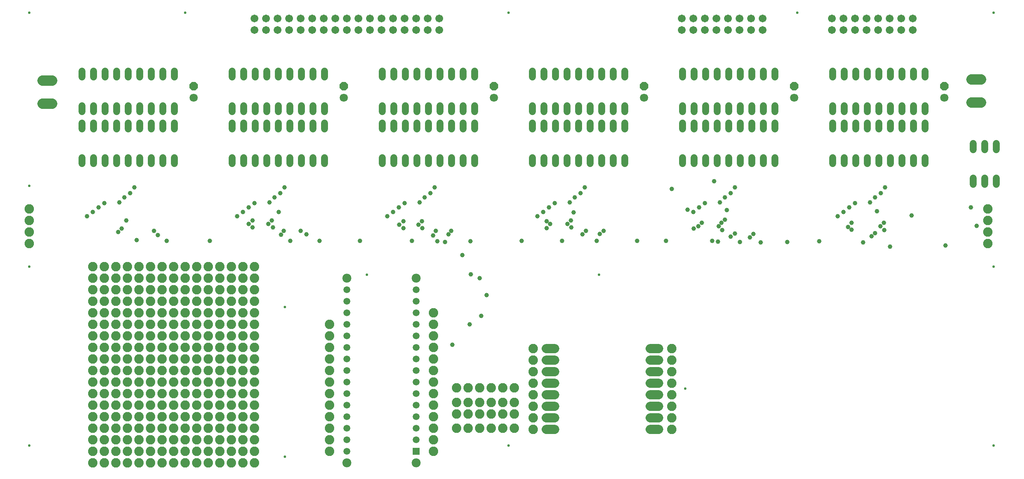
<source format=gbr>
G04 EAGLE Gerber RS-274X export*
G75*
%MOMM*%
%FSLAX34Y34*%
%LPD*%
%AMOC8*
5,1,8,0,0,1.08239X$1,22.5*%
G01*
%ADD10C,0.584200*%
%ADD11C,1.524000*%
%ADD12P,1.951982X8X112.500000*%
%ADD13C,1.803400*%
%ADD14C,1.711200*%
%ADD15C,2.298700*%
%ADD16C,2.082800*%
%ADD17C,2.032000*%
%ADD18C,1.981200*%
%ADD19R,1.511200X1.511200*%
%ADD20C,1.511200*%
%ADD21C,0.990600*%


D10*
X806450Y439420D03*
X626110Y368300D03*
X626110Y39370D03*
X1506220Y189230D03*
X1316990Y439420D03*
X63500Y1016000D03*
X63500Y63500D03*
X2184400Y63500D03*
X2184400Y1016000D03*
X1117600Y1016000D03*
X1117600Y63500D03*
X1752600Y1016000D03*
X406400Y1016000D03*
X63500Y457200D03*
X63500Y635000D03*
X2184400Y457200D03*
D11*
X1169988Y798259D02*
X1169988Y811467D01*
X1195388Y811467D02*
X1195388Y798259D01*
X1322388Y798259D02*
X1322388Y811467D01*
X1347788Y811467D02*
X1347788Y798259D01*
X1220788Y798259D02*
X1220788Y811467D01*
X1246188Y811467D02*
X1246188Y798259D01*
X1296988Y798259D02*
X1296988Y811467D01*
X1271588Y811467D02*
X1271588Y798259D01*
X1373188Y798259D02*
X1373188Y811467D01*
X1373188Y874459D02*
X1373188Y887667D01*
X1347788Y887667D02*
X1347788Y874459D01*
X1322388Y874459D02*
X1322388Y887667D01*
X1296988Y887667D02*
X1296988Y874459D01*
X1271588Y874459D02*
X1271588Y887667D01*
X1246188Y887667D02*
X1246188Y874459D01*
X1220788Y874459D02*
X1220788Y887667D01*
X1195388Y887667D02*
X1195388Y874459D01*
X1169988Y874459D02*
X1169988Y887667D01*
X1169988Y697167D02*
X1169988Y683959D01*
X1195388Y683959D02*
X1195388Y697167D01*
X1220788Y697167D02*
X1220788Y683959D01*
X1246188Y683959D02*
X1246188Y697167D01*
X1271588Y697167D02*
X1271588Y683959D01*
X1296988Y683959D02*
X1296988Y697167D01*
X1322388Y697167D02*
X1322388Y683959D01*
X1347788Y683959D02*
X1347788Y697167D01*
X1373188Y697167D02*
X1373188Y683959D01*
X1373188Y760159D02*
X1373188Y773367D01*
X1347788Y773367D02*
X1347788Y760159D01*
X1322388Y760159D02*
X1322388Y773367D01*
X1296988Y773367D02*
X1296988Y760159D01*
X1271588Y760159D02*
X1271588Y773367D01*
X1246188Y773367D02*
X1246188Y760159D01*
X1220788Y760159D02*
X1220788Y773367D01*
X1195388Y773367D02*
X1195388Y760159D01*
X1169988Y760159D02*
X1169988Y773367D01*
D12*
X1416050Y854075D03*
D13*
X1416050Y828675D03*
D11*
X839788Y811467D02*
X839788Y798259D01*
X865188Y798259D02*
X865188Y811467D01*
X992188Y811467D02*
X992188Y798259D01*
X1017588Y798259D02*
X1017588Y811467D01*
X890588Y811467D02*
X890588Y798259D01*
X915988Y798259D02*
X915988Y811467D01*
X966788Y811467D02*
X966788Y798259D01*
X941388Y798259D02*
X941388Y811467D01*
X1042988Y811467D02*
X1042988Y798259D01*
X1042988Y874459D02*
X1042988Y887667D01*
X1017588Y887667D02*
X1017588Y874459D01*
X992188Y874459D02*
X992188Y887667D01*
X966788Y887667D02*
X966788Y874459D01*
X941388Y874459D02*
X941388Y887667D01*
X915988Y887667D02*
X915988Y874459D01*
X890588Y874459D02*
X890588Y887667D01*
X865188Y887667D02*
X865188Y874459D01*
X839788Y874459D02*
X839788Y887667D01*
X839788Y697167D02*
X839788Y683959D01*
X865188Y683959D02*
X865188Y697167D01*
X890588Y697167D02*
X890588Y683959D01*
X915988Y683959D02*
X915988Y697167D01*
X941388Y697167D02*
X941388Y683959D01*
X966788Y683959D02*
X966788Y697167D01*
X992188Y697167D02*
X992188Y683959D01*
X1017588Y683959D02*
X1017588Y697167D01*
X1042988Y697167D02*
X1042988Y683959D01*
X1042988Y760159D02*
X1042988Y773367D01*
X1017588Y773367D02*
X1017588Y760159D01*
X992188Y760159D02*
X992188Y773367D01*
X966788Y773367D02*
X966788Y760159D01*
X941388Y760159D02*
X941388Y773367D01*
X915988Y773367D02*
X915988Y760159D01*
X890588Y760159D02*
X890588Y773367D01*
X865188Y773367D02*
X865188Y760159D01*
X839788Y760159D02*
X839788Y773367D01*
D12*
X1085850Y854075D03*
D13*
X1085850Y828675D03*
D11*
X509588Y811467D02*
X509588Y798259D01*
X534988Y798259D02*
X534988Y811467D01*
X661988Y811467D02*
X661988Y798259D01*
X687388Y798259D02*
X687388Y811467D01*
X560388Y811467D02*
X560388Y798259D01*
X585788Y798259D02*
X585788Y811467D01*
X636588Y811467D02*
X636588Y798259D01*
X611188Y798259D02*
X611188Y811467D01*
X712788Y811467D02*
X712788Y798259D01*
X712788Y874459D02*
X712788Y887667D01*
X687388Y887667D02*
X687388Y874459D01*
X661988Y874459D02*
X661988Y887667D01*
X636588Y887667D02*
X636588Y874459D01*
X611188Y874459D02*
X611188Y887667D01*
X585788Y887667D02*
X585788Y874459D01*
X560388Y874459D02*
X560388Y887667D01*
X534988Y887667D02*
X534988Y874459D01*
X509588Y874459D02*
X509588Y887667D01*
X509588Y697167D02*
X509588Y683959D01*
X534988Y683959D02*
X534988Y697167D01*
X560388Y697167D02*
X560388Y683959D01*
X585788Y683959D02*
X585788Y697167D01*
X611188Y697167D02*
X611188Y683959D01*
X636588Y683959D02*
X636588Y697167D01*
X661988Y697167D02*
X661988Y683959D01*
X687388Y683959D02*
X687388Y697167D01*
X712788Y697167D02*
X712788Y683959D01*
X712788Y760159D02*
X712788Y773367D01*
X687388Y773367D02*
X687388Y760159D01*
X661988Y760159D02*
X661988Y773367D01*
X636588Y773367D02*
X636588Y760159D01*
X611188Y760159D02*
X611188Y773367D01*
X585788Y773367D02*
X585788Y760159D01*
X560388Y760159D02*
X560388Y773367D01*
X534988Y773367D02*
X534988Y760159D01*
X509588Y760159D02*
X509588Y773367D01*
D12*
X755650Y854075D03*
D13*
X755650Y828675D03*
D11*
X179388Y811467D02*
X179388Y798259D01*
X204788Y798259D02*
X204788Y811467D01*
X331788Y811467D02*
X331788Y798259D01*
X357188Y798259D02*
X357188Y811467D01*
X230188Y811467D02*
X230188Y798259D01*
X255588Y798259D02*
X255588Y811467D01*
X306388Y811467D02*
X306388Y798259D01*
X280988Y798259D02*
X280988Y811467D01*
X382588Y811467D02*
X382588Y798259D01*
X382588Y874459D02*
X382588Y887667D01*
X357188Y887667D02*
X357188Y874459D01*
X331788Y874459D02*
X331788Y887667D01*
X306388Y887667D02*
X306388Y874459D01*
X280988Y874459D02*
X280988Y887667D01*
X255588Y887667D02*
X255588Y874459D01*
X230188Y874459D02*
X230188Y887667D01*
X204788Y887667D02*
X204788Y874459D01*
X179388Y874459D02*
X179388Y887667D01*
X179388Y697167D02*
X179388Y683959D01*
X204788Y683959D02*
X204788Y697167D01*
X230188Y697167D02*
X230188Y683959D01*
X255588Y683959D02*
X255588Y697167D01*
X280988Y697167D02*
X280988Y683959D01*
X306388Y683959D02*
X306388Y697167D01*
X331788Y697167D02*
X331788Y683959D01*
X357188Y683959D02*
X357188Y697167D01*
X382588Y697167D02*
X382588Y683959D01*
X382588Y760159D02*
X382588Y773367D01*
X357188Y773367D02*
X357188Y760159D01*
X331788Y760159D02*
X331788Y773367D01*
X306388Y773367D02*
X306388Y760159D01*
X280988Y760159D02*
X280988Y773367D01*
X255588Y773367D02*
X255588Y760159D01*
X230188Y760159D02*
X230188Y773367D01*
X204788Y773367D02*
X204788Y760159D01*
X179388Y760159D02*
X179388Y773367D01*
D12*
X425450Y854075D03*
D13*
X425450Y828675D03*
D14*
X965200Y1003300D03*
X965200Y977900D03*
X939800Y1003300D03*
X939800Y977900D03*
X914400Y1003300D03*
X914400Y977900D03*
X889000Y1003300D03*
X889000Y977900D03*
X863600Y1003300D03*
X863600Y977900D03*
X838200Y1003300D03*
X838200Y977900D03*
X812800Y1003300D03*
X812800Y977900D03*
X787400Y1003300D03*
X787400Y977900D03*
X762000Y1003300D03*
X762000Y977900D03*
X736600Y1003300D03*
X736600Y977900D03*
X711200Y1003300D03*
X711200Y977900D03*
X685800Y1003300D03*
X685800Y977900D03*
X660400Y1003300D03*
X660400Y977900D03*
X635000Y1003300D03*
X635000Y977900D03*
X609600Y1003300D03*
X609600Y977900D03*
X584200Y1003300D03*
X584200Y977900D03*
X558800Y1003300D03*
X558800Y977900D03*
D11*
X1500188Y811467D02*
X1500188Y798259D01*
X1525588Y798259D02*
X1525588Y811467D01*
X1652588Y811467D02*
X1652588Y798259D01*
X1677988Y798259D02*
X1677988Y811467D01*
X1550988Y811467D02*
X1550988Y798259D01*
X1576388Y798259D02*
X1576388Y811467D01*
X1627188Y811467D02*
X1627188Y798259D01*
X1601788Y798259D02*
X1601788Y811467D01*
X1703388Y811467D02*
X1703388Y798259D01*
X1703388Y874459D02*
X1703388Y887667D01*
X1677988Y887667D02*
X1677988Y874459D01*
X1652588Y874459D02*
X1652588Y887667D01*
X1627188Y887667D02*
X1627188Y874459D01*
X1601788Y874459D02*
X1601788Y887667D01*
X1576388Y887667D02*
X1576388Y874459D01*
X1550988Y874459D02*
X1550988Y887667D01*
X1525588Y887667D02*
X1525588Y874459D01*
X1500188Y874459D02*
X1500188Y887667D01*
X1500188Y697167D02*
X1500188Y683959D01*
X1525588Y683959D02*
X1525588Y697167D01*
X1550988Y697167D02*
X1550988Y683959D01*
X1576388Y683959D02*
X1576388Y697167D01*
X1601788Y697167D02*
X1601788Y683959D01*
X1627188Y683959D02*
X1627188Y697167D01*
X1652588Y697167D02*
X1652588Y683959D01*
X1677988Y683959D02*
X1677988Y697167D01*
X1703388Y697167D02*
X1703388Y683959D01*
X1703388Y760159D02*
X1703388Y773367D01*
X1677988Y773367D02*
X1677988Y760159D01*
X1652588Y760159D02*
X1652588Y773367D01*
X1627188Y773367D02*
X1627188Y760159D01*
X1601788Y760159D02*
X1601788Y773367D01*
X1576388Y773367D02*
X1576388Y760159D01*
X1550988Y760159D02*
X1550988Y773367D01*
X1525588Y773367D02*
X1525588Y760159D01*
X1500188Y760159D02*
X1500188Y773367D01*
D12*
X1746250Y854075D03*
D13*
X1746250Y828675D03*
D14*
X1676400Y1003300D03*
X1676400Y977900D03*
X1651000Y1003300D03*
X1651000Y977900D03*
X1625600Y1003300D03*
X1625600Y977900D03*
X1600200Y1003300D03*
X1600200Y977900D03*
X1574800Y1003300D03*
X1574800Y977900D03*
X1549400Y1003300D03*
X1549400Y977900D03*
X1524000Y1003300D03*
X1524000Y977900D03*
X1498600Y1003300D03*
X1498600Y977900D03*
D11*
X1830388Y811467D02*
X1830388Y798259D01*
X1855788Y798259D02*
X1855788Y811467D01*
X1982788Y811467D02*
X1982788Y798259D01*
X2008188Y798259D02*
X2008188Y811467D01*
X1881188Y811467D02*
X1881188Y798259D01*
X1906588Y798259D02*
X1906588Y811467D01*
X1957388Y811467D02*
X1957388Y798259D01*
X1931988Y798259D02*
X1931988Y811467D01*
X2033588Y811467D02*
X2033588Y798259D01*
X2033588Y874459D02*
X2033588Y887667D01*
X2008188Y887667D02*
X2008188Y874459D01*
X1982788Y874459D02*
X1982788Y887667D01*
X1957388Y887667D02*
X1957388Y874459D01*
X1931988Y874459D02*
X1931988Y887667D01*
X1906588Y887667D02*
X1906588Y874459D01*
X1881188Y874459D02*
X1881188Y887667D01*
X1855788Y887667D02*
X1855788Y874459D01*
X1830388Y874459D02*
X1830388Y887667D01*
X1830388Y697167D02*
X1830388Y683959D01*
X1855788Y683959D02*
X1855788Y697167D01*
X1881188Y697167D02*
X1881188Y683959D01*
X1906588Y683959D02*
X1906588Y697167D01*
X1931988Y697167D02*
X1931988Y683959D01*
X1957388Y683959D02*
X1957388Y697167D01*
X1982788Y697167D02*
X1982788Y683959D01*
X2008188Y683959D02*
X2008188Y697167D01*
X2033588Y697167D02*
X2033588Y683959D01*
X2033588Y760159D02*
X2033588Y773367D01*
X2008188Y773367D02*
X2008188Y760159D01*
X1982788Y760159D02*
X1982788Y773367D01*
X1957388Y773367D02*
X1957388Y760159D01*
X1931988Y760159D02*
X1931988Y773367D01*
X1906588Y773367D02*
X1906588Y760159D01*
X1881188Y760159D02*
X1881188Y773367D01*
X1855788Y773367D02*
X1855788Y760159D01*
X1830388Y760159D02*
X1830388Y773367D01*
D12*
X2076450Y854075D03*
D13*
X2076450Y828675D03*
D14*
X2006600Y1003300D03*
X2006600Y977900D03*
X1981200Y1003300D03*
X1981200Y977900D03*
X1955800Y1003300D03*
X1955800Y977900D03*
X1930400Y1003300D03*
X1930400Y977900D03*
X1905000Y1003300D03*
X1905000Y977900D03*
X1879600Y1003300D03*
X1879600Y977900D03*
X1854200Y1003300D03*
X1854200Y977900D03*
X1828800Y1003300D03*
X1828800Y977900D03*
D15*
X113348Y867410D02*
X92393Y867410D01*
X92393Y816610D02*
X113348Y816610D01*
X2135823Y819150D02*
X2156778Y819150D01*
X2156778Y869950D02*
X2135823Y869950D01*
D16*
X2171700Y584200D03*
X2171700Y558800D03*
X2171700Y533400D03*
X2171700Y508000D03*
X63500Y584200D03*
X63500Y558800D03*
X63500Y533400D03*
X63500Y508000D03*
D17*
X1429766Y99060D02*
X1448054Y99060D01*
X1448054Y124460D02*
X1429766Y124460D01*
X1429766Y149860D02*
X1448054Y149860D01*
X1448054Y175260D02*
X1429766Y175260D01*
X1429766Y200660D02*
X1448054Y200660D01*
X1448054Y226060D02*
X1429766Y226060D01*
X1429766Y251460D02*
X1448054Y251460D01*
X1448054Y276860D02*
X1429766Y276860D01*
X1219454Y99060D02*
X1201166Y99060D01*
X1201166Y124460D02*
X1219454Y124460D01*
X1219454Y149860D02*
X1201166Y149860D01*
X1201166Y175260D02*
X1219454Y175260D01*
X1219454Y200660D02*
X1201166Y200660D01*
X1201166Y226060D02*
X1219454Y226060D01*
X1219454Y251460D02*
X1201166Y251460D01*
X1201166Y276860D02*
X1219454Y276860D01*
D16*
X1003300Y133350D03*
X1003300Y158750D03*
X1028700Y133350D03*
X1028700Y158750D03*
X1054100Y133350D03*
X1054100Y158750D03*
X1079500Y133350D03*
X1079500Y158750D03*
X1104900Y133350D03*
X1104900Y158750D03*
X1130300Y133350D03*
X1130300Y158750D03*
X1003300Y190500D03*
X1028700Y190500D03*
X1054100Y190500D03*
X1079500Y190500D03*
X1104900Y190500D03*
X1477010Y124460D03*
X1130300Y101600D03*
X1104900Y101600D03*
X1079500Y101600D03*
X1054100Y101600D03*
X1028700Y101600D03*
X1003300Y101600D03*
X1172210Y276860D03*
X1172210Y251460D03*
X1172210Y226060D03*
X1172210Y200660D03*
X1172210Y175260D03*
X1172210Y149860D03*
X1172210Y124460D03*
X1172210Y99060D03*
X1477010Y276860D03*
X1477010Y251460D03*
X1477010Y226060D03*
X1477010Y200660D03*
X1477010Y175260D03*
X1477010Y149860D03*
X1130300Y190500D03*
X1477010Y99060D03*
X558800Y457200D03*
X508000Y457200D03*
X457200Y457200D03*
X406400Y457200D03*
X355600Y457200D03*
X304800Y457200D03*
X254000Y457200D03*
X203200Y457200D03*
X558800Y431800D03*
X508000Y431800D03*
X457200Y431800D03*
X406400Y431800D03*
X355600Y431800D03*
X304800Y431800D03*
X254000Y431800D03*
X203200Y431800D03*
X228600Y431800D03*
X533400Y457200D03*
X482600Y457200D03*
X431800Y457200D03*
X381000Y457200D03*
X330200Y457200D03*
X279400Y457200D03*
X228600Y457200D03*
X533400Y431800D03*
X482600Y431800D03*
X431800Y431800D03*
X381000Y431800D03*
X330200Y431800D03*
X279400Y431800D03*
X203200Y381000D03*
X254000Y381000D03*
X304800Y381000D03*
X355600Y381000D03*
X406400Y381000D03*
X457200Y381000D03*
X508000Y381000D03*
X558800Y381000D03*
X203200Y406400D03*
X254000Y406400D03*
X304800Y406400D03*
X355600Y406400D03*
X406400Y406400D03*
X457200Y406400D03*
X508000Y406400D03*
X558800Y406400D03*
X533400Y406400D03*
X228600Y381000D03*
X279400Y381000D03*
X330200Y381000D03*
X381000Y381000D03*
X431800Y381000D03*
X482600Y381000D03*
X533400Y381000D03*
X228600Y406400D03*
X279400Y406400D03*
X330200Y406400D03*
X381000Y406400D03*
X431800Y406400D03*
X482600Y406400D03*
X558800Y355600D03*
X508000Y355600D03*
X457200Y355600D03*
X406400Y355600D03*
X355600Y355600D03*
X304800Y355600D03*
X254000Y355600D03*
X203200Y355600D03*
X558800Y330200D03*
X508000Y330200D03*
X457200Y330200D03*
X406400Y330200D03*
X355600Y330200D03*
X304800Y330200D03*
X254000Y330200D03*
X203200Y330200D03*
X228600Y330200D03*
X533400Y355600D03*
X482600Y355600D03*
X431800Y355600D03*
X381000Y355600D03*
X330200Y355600D03*
X279400Y355600D03*
X228600Y355600D03*
X533400Y330200D03*
X482600Y330200D03*
X431800Y330200D03*
X381000Y330200D03*
X330200Y330200D03*
X279400Y330200D03*
X203200Y177800D03*
X254000Y177800D03*
X304800Y177800D03*
X355600Y177800D03*
X406400Y177800D03*
X457200Y177800D03*
X508000Y177800D03*
X558800Y177800D03*
X203200Y203200D03*
X254000Y203200D03*
X304800Y203200D03*
X355600Y203200D03*
X406400Y203200D03*
X457200Y203200D03*
X508000Y203200D03*
X558800Y203200D03*
X533400Y203200D03*
X228600Y177800D03*
X279400Y177800D03*
X330200Y177800D03*
X381000Y177800D03*
X431800Y177800D03*
X482600Y177800D03*
X533400Y177800D03*
X228600Y203200D03*
X279400Y203200D03*
X330200Y203200D03*
X381000Y203200D03*
X431800Y203200D03*
X482600Y203200D03*
X558800Y254000D03*
X508000Y254000D03*
X457200Y254000D03*
X406400Y254000D03*
X355600Y254000D03*
X304800Y254000D03*
X254000Y254000D03*
X203200Y254000D03*
X558800Y228600D03*
X508000Y228600D03*
X457200Y228600D03*
X406400Y228600D03*
X355600Y228600D03*
X304800Y228600D03*
X254000Y228600D03*
X203200Y228600D03*
X228600Y228600D03*
X533400Y254000D03*
X482600Y254000D03*
X431800Y254000D03*
X381000Y254000D03*
X330200Y254000D03*
X279400Y254000D03*
X228600Y254000D03*
X533400Y228600D03*
X482600Y228600D03*
X431800Y228600D03*
X381000Y228600D03*
X330200Y228600D03*
X279400Y228600D03*
X203200Y279400D03*
X254000Y279400D03*
X304800Y279400D03*
X355600Y279400D03*
X406400Y279400D03*
X457200Y279400D03*
X508000Y279400D03*
X558800Y279400D03*
X203200Y304800D03*
X254000Y304800D03*
X304800Y304800D03*
X355600Y304800D03*
X406400Y304800D03*
X457200Y304800D03*
X508000Y304800D03*
X558800Y304800D03*
X533400Y304800D03*
X228600Y279400D03*
X279400Y279400D03*
X330200Y279400D03*
X381000Y279400D03*
X431800Y279400D03*
X482600Y279400D03*
X533400Y279400D03*
X228600Y304800D03*
X279400Y304800D03*
X330200Y304800D03*
X381000Y304800D03*
X431800Y304800D03*
X482600Y304800D03*
X558800Y152400D03*
X508000Y152400D03*
X457200Y152400D03*
X406400Y152400D03*
X355600Y152400D03*
X304800Y152400D03*
X254000Y152400D03*
X203200Y152400D03*
X558800Y127000D03*
X508000Y127000D03*
X457200Y127000D03*
X406400Y127000D03*
X355600Y127000D03*
X304800Y127000D03*
X254000Y127000D03*
X203200Y127000D03*
X228600Y127000D03*
X533400Y152400D03*
X482600Y152400D03*
X431800Y152400D03*
X381000Y152400D03*
X330200Y152400D03*
X279400Y152400D03*
X228600Y152400D03*
X533400Y127000D03*
X482600Y127000D03*
X431800Y127000D03*
X381000Y127000D03*
X330200Y127000D03*
X279400Y127000D03*
X203200Y76200D03*
X254000Y76200D03*
X304800Y76200D03*
X355600Y76200D03*
X406400Y76200D03*
X457200Y76200D03*
X508000Y76200D03*
X558800Y76200D03*
X203200Y101600D03*
X254000Y101600D03*
X304800Y101600D03*
X355600Y101600D03*
X406400Y101600D03*
X457200Y101600D03*
X508000Y101600D03*
X558800Y101600D03*
X533400Y101600D03*
X228600Y76200D03*
X279400Y76200D03*
X330200Y76200D03*
X381000Y76200D03*
X431800Y76200D03*
X482600Y76200D03*
X533400Y76200D03*
X228600Y101600D03*
X279400Y101600D03*
X330200Y101600D03*
X381000Y101600D03*
X431800Y101600D03*
X482600Y101600D03*
X558800Y50800D03*
X508000Y50800D03*
X457200Y50800D03*
X406400Y50800D03*
X355600Y50800D03*
X304800Y50800D03*
X254000Y50800D03*
X203200Y50800D03*
X558800Y25400D03*
X508000Y25400D03*
X457200Y25400D03*
X406400Y25400D03*
X355600Y25400D03*
X304800Y25400D03*
X254000Y25400D03*
X203200Y25400D03*
X228600Y25400D03*
X533400Y50800D03*
X482600Y50800D03*
X431800Y50800D03*
X381000Y50800D03*
X330200Y50800D03*
X279400Y50800D03*
X228600Y50800D03*
X533400Y25400D03*
X482600Y25400D03*
X431800Y25400D03*
X381000Y25400D03*
X330200Y25400D03*
X279400Y25400D03*
D18*
X914400Y25400D03*
D19*
X914400Y50800D03*
D20*
X914400Y76200D03*
X914400Y101600D03*
X914400Y127000D03*
X914400Y152400D03*
X914400Y177800D03*
X914400Y203200D03*
X914400Y228600D03*
X914400Y254000D03*
X914400Y279400D03*
X914400Y304800D03*
X914400Y330200D03*
X914400Y355600D03*
X914400Y381000D03*
X914400Y406400D03*
X762000Y406400D03*
X762000Y381000D03*
X762000Y355600D03*
X762000Y330200D03*
X762000Y304800D03*
X762000Y279400D03*
X762000Y254000D03*
X762000Y228600D03*
X762000Y203200D03*
X762000Y177800D03*
X762000Y152400D03*
X762000Y127000D03*
X762000Y101600D03*
X762000Y76200D03*
X762000Y50800D03*
D18*
X762000Y25400D03*
X762000Y431800D03*
X914400Y431800D03*
D16*
X723900Y330200D03*
X723900Y304800D03*
X723900Y279400D03*
X723900Y254000D03*
X723900Y228600D03*
X723900Y203200D03*
X723900Y177800D03*
X723900Y152400D03*
X723900Y127000D03*
X723900Y101600D03*
X723900Y76200D03*
X723900Y50800D03*
X952500Y50800D03*
X952500Y76200D03*
X952500Y101600D03*
X952500Y127000D03*
X952500Y152400D03*
X952500Y177800D03*
X952500Y203200D03*
X952500Y228600D03*
X952500Y254000D03*
X952500Y279400D03*
X952500Y304800D03*
X952500Y330200D03*
X952500Y355600D03*
D11*
X2190750Y714756D02*
X2190750Y727964D01*
X2165350Y727964D02*
X2165350Y714756D01*
X2139950Y714756D02*
X2139950Y727964D01*
X2139950Y651764D02*
X2139950Y638556D01*
X2165350Y638556D02*
X2165350Y651764D01*
X2190750Y651764D02*
X2190750Y638556D01*
D21*
X365760Y514350D03*
X461010Y514350D03*
X702310Y514350D03*
X791210Y514350D03*
X905510Y514350D03*
X1033780Y513080D03*
X1146810Y514350D03*
X1235710Y514350D03*
X1311910Y514350D03*
X1464310Y514350D03*
X1400810Y514350D03*
X1565910Y514350D03*
X1672590Y510540D03*
X1731010Y511810D03*
X1800860Y513080D03*
X1897380Y510540D03*
X1597660Y581660D03*
X1927860Y579120D03*
X1957070Y501650D03*
X2004060Y570230D03*
X2078990Y504190D03*
X2147570Y547370D03*
X2134870Y588010D03*
X977900Y511810D03*
X1057910Y349250D03*
X994410Y285750D03*
X961390Y513080D03*
X637540Y514350D03*
X299720Y515620D03*
X276860Y558800D03*
X1626870Y511810D03*
X1569720Y645160D03*
X1477010Y628650D03*
X1261110Y576580D03*
X612140Y577850D03*
X1069340Y394970D03*
X1035050Y440690D03*
X1032510Y330200D03*
X1181100Y568325D03*
X1193800Y577850D03*
X1206500Y587375D03*
X1219200Y596900D03*
X1252538Y598488D03*
X1263650Y609600D03*
X1276350Y619125D03*
X1285875Y631825D03*
X1593850Y560724D03*
X1578610Y512672D03*
X259080Y533400D03*
X346636Y526876D03*
X617666Y527496D03*
X673100Y528146D03*
X951684Y526234D03*
X985436Y528094D03*
X1280822Y528618D03*
X1318260Y529364D03*
X1606550Y523240D03*
X1648460Y521970D03*
X1916430Y524510D03*
X1016000Y482600D03*
X266700Y541020D03*
X337820Y535992D03*
X623570Y535714D03*
X660400Y535992D03*
X991870Y535992D03*
X1287780Y535992D03*
X1327150Y535992D03*
X1615440Y530182D03*
X1656080Y529492D03*
X1923820Y531086D03*
X1054100Y431800D03*
X957580Y535940D03*
X850900Y568325D03*
X863600Y577850D03*
X876300Y587375D03*
X889000Y596900D03*
X922338Y598488D03*
X933450Y609600D03*
X946150Y619125D03*
X955675Y631825D03*
X520700Y568325D03*
X533400Y577850D03*
X546100Y587375D03*
X558800Y596900D03*
X592138Y598488D03*
X603250Y609600D03*
X615950Y619125D03*
X625475Y631825D03*
X190500Y568325D03*
X203200Y577850D03*
X215900Y587375D03*
X228600Y596900D03*
X261938Y598488D03*
X273050Y609600D03*
X285750Y619125D03*
X295275Y631825D03*
X1511300Y582295D03*
X1524000Y577850D03*
X1536700Y587375D03*
X1549400Y596900D03*
X1582738Y598488D03*
X1593850Y609600D03*
X1606550Y619125D03*
X1616075Y631825D03*
X1841500Y568325D03*
X1854200Y577850D03*
X1866900Y587375D03*
X1879600Y596900D03*
X1912938Y598488D03*
X1924050Y609600D03*
X1936750Y619125D03*
X1946275Y631825D03*
X554990Y543560D03*
X599440Y543560D03*
X886460Y542290D03*
X928370Y542290D03*
X1256030Y543560D03*
X1525270Y540794D03*
X1587500Y538028D03*
X1871980Y538254D03*
X1944370Y538028D03*
X1201420Y542290D03*
X546100Y551180D03*
X589280Y551180D03*
X877570Y549910D03*
X919480Y549910D03*
X1247140Y551180D03*
X1535504Y545874D03*
X1579880Y545874D03*
X1864360Y544830D03*
X1935480Y545874D03*
X1209040Y550954D03*
X554990Y558800D03*
X596900Y558800D03*
X886460Y557530D03*
X927100Y557530D03*
X1254760Y558800D03*
X1543050Y553720D03*
X1586230Y553720D03*
X1871980Y553720D03*
X1943100Y553720D03*
X1201420Y557530D03*
M02*

</source>
